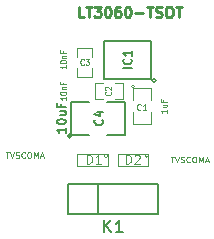
<source format=gto>
G04 (created by PCBNEW (2013-07-07 BZR 4022)-stable) date 11.07.2015 20:56:20*
%MOIN*%
G04 Gerber Fmt 3.4, Leading zero omitted, Abs format*
%FSLAX34Y34*%
G01*
G70*
G90*
G04 APERTURE LIST*
%ADD10C,0.00590551*%
%ADD11C,0.005*%
%ADD12C,0.0039*%
%ADD13C,0.0047*%
%ADD14C,0.006*%
%ADD15C,0.00606299*%
%ADD16C,0.0031*%
%ADD17C,0.0043*%
%ADD18C,0.0045*%
%ADD19C,0.00875*%
%ADD20C,0.012*%
G04 APERTURE END LIST*
G54D10*
G54D11*
X21120Y-22900D02*
G75*
G03X21120Y-22900I-70J0D01*
G74*
G01*
X21700Y-21750D02*
X21100Y-21750D01*
X21100Y-21750D02*
X21100Y-22850D01*
X21100Y-22850D02*
X21700Y-22850D01*
X22300Y-22850D02*
X22900Y-22850D01*
X22900Y-22850D02*
X22900Y-21750D01*
X22900Y-21750D02*
X22300Y-21750D01*
G54D12*
X23200Y-21250D02*
G75*
G03X23200Y-21250I-50J0D01*
G74*
G01*
X23150Y-21700D02*
X23150Y-21300D01*
X23150Y-21300D02*
X23750Y-21300D01*
X23750Y-21300D02*
X23750Y-21700D01*
X23750Y-22100D02*
X23750Y-22500D01*
X23750Y-22500D02*
X23150Y-22500D01*
X23150Y-22500D02*
X23150Y-22100D01*
G54D13*
X22547Y-21656D02*
X22822Y-21656D01*
X22153Y-21656D02*
X21878Y-21656D01*
X22547Y-21144D02*
X22822Y-21144D01*
X21878Y-21144D02*
X22153Y-21144D01*
X22822Y-21150D02*
X22822Y-21650D01*
X21878Y-21650D02*
X21878Y-21150D01*
X21294Y-20647D02*
X21294Y-20922D01*
X21294Y-20253D02*
X21294Y-19978D01*
X21806Y-20647D02*
X21806Y-20922D01*
X21806Y-19978D02*
X21806Y-20253D01*
X21800Y-20922D02*
X21300Y-20922D01*
X21300Y-19978D02*
X21800Y-19978D01*
G54D14*
X21000Y-25500D02*
X21000Y-24500D01*
X21000Y-24500D02*
X24000Y-24500D01*
X24000Y-24500D02*
X24000Y-25500D01*
X24000Y-25500D02*
X21000Y-25500D01*
X22000Y-24500D02*
X22000Y-25500D01*
G54D15*
X23920Y-21050D02*
G75*
G03X23920Y-21050I-70J0D01*
G74*
G01*
X23750Y-21000D02*
X23750Y-19732D01*
X23750Y-19732D02*
X22187Y-19732D01*
X22187Y-19732D02*
X22187Y-21000D01*
X22187Y-21000D02*
X23750Y-21000D01*
G54D16*
X23675Y-23562D02*
G75*
G03X23675Y-23562I-62J0D01*
G74*
G01*
X22650Y-23900D02*
X22650Y-23500D01*
X23675Y-23900D02*
X23675Y-23500D01*
X22650Y-23500D02*
X23675Y-23500D01*
X23675Y-23900D02*
X22650Y-23900D01*
X22325Y-23562D02*
G75*
G03X22325Y-23562I-62J0D01*
G74*
G01*
X21300Y-23900D02*
X21300Y-23500D01*
X22325Y-23900D02*
X22325Y-23500D01*
X21300Y-23500D02*
X22325Y-23500D01*
X22325Y-23900D02*
X21300Y-23900D01*
G54D11*
X22142Y-22350D02*
X22157Y-22364D01*
X22171Y-22407D01*
X22171Y-22435D01*
X22157Y-22478D01*
X22128Y-22507D01*
X22100Y-22521D01*
X22042Y-22535D01*
X22000Y-22535D01*
X21942Y-22521D01*
X21914Y-22507D01*
X21885Y-22478D01*
X21871Y-22435D01*
X21871Y-22407D01*
X21885Y-22364D01*
X21900Y-22350D01*
X21971Y-22092D02*
X22171Y-22092D01*
X21857Y-22164D02*
X22071Y-22235D01*
X22071Y-22050D01*
X20921Y-22621D02*
X20921Y-22792D01*
X20921Y-22707D02*
X20621Y-22707D01*
X20664Y-22735D01*
X20692Y-22764D01*
X20707Y-22792D01*
X20621Y-22435D02*
X20621Y-22407D01*
X20635Y-22378D01*
X20650Y-22364D01*
X20678Y-22350D01*
X20735Y-22335D01*
X20807Y-22335D01*
X20864Y-22350D01*
X20892Y-22364D01*
X20907Y-22378D01*
X20921Y-22407D01*
X20921Y-22435D01*
X20907Y-22464D01*
X20892Y-22478D01*
X20864Y-22492D01*
X20807Y-22507D01*
X20735Y-22507D01*
X20678Y-22492D01*
X20650Y-22478D01*
X20635Y-22464D01*
X20621Y-22435D01*
X20721Y-22078D02*
X20921Y-22078D01*
X20721Y-22207D02*
X20878Y-22207D01*
X20907Y-22192D01*
X20921Y-22164D01*
X20921Y-22121D01*
X20907Y-22092D01*
X20892Y-22078D01*
X20764Y-21835D02*
X20764Y-21935D01*
X20921Y-21935D02*
X20621Y-21935D01*
X20621Y-21792D01*
G54D17*
X23417Y-22010D02*
X23407Y-22020D01*
X23379Y-22029D01*
X23360Y-22029D01*
X23332Y-22020D01*
X23313Y-22001D01*
X23304Y-21982D01*
X23295Y-21945D01*
X23295Y-21917D01*
X23304Y-21879D01*
X23313Y-21860D01*
X23332Y-21842D01*
X23360Y-21832D01*
X23379Y-21832D01*
X23407Y-21842D01*
X23417Y-21851D01*
X23604Y-22029D02*
X23492Y-22029D01*
X23548Y-22029D02*
X23548Y-21832D01*
X23529Y-21860D01*
X23510Y-21879D01*
X23492Y-21889D01*
X24279Y-22017D02*
X24279Y-22129D01*
X24279Y-22073D02*
X24082Y-22073D01*
X24110Y-22092D01*
X24129Y-22111D01*
X24139Y-22129D01*
X24148Y-21848D02*
X24279Y-21848D01*
X24148Y-21932D02*
X24251Y-21932D01*
X24270Y-21923D01*
X24279Y-21904D01*
X24279Y-21876D01*
X24270Y-21857D01*
X24260Y-21848D01*
X24176Y-21688D02*
X24176Y-21754D01*
X24279Y-21754D02*
X24082Y-21754D01*
X24082Y-21660D01*
G54D18*
X22411Y-21430D02*
X22421Y-21438D01*
X22430Y-21464D01*
X22430Y-21481D01*
X22421Y-21507D01*
X22402Y-21524D01*
X22383Y-21532D01*
X22345Y-21541D01*
X22316Y-21541D01*
X22278Y-21532D01*
X22259Y-21524D01*
X22240Y-21507D01*
X22230Y-21481D01*
X22230Y-21464D01*
X22240Y-21438D01*
X22250Y-21430D01*
X22250Y-21361D02*
X22240Y-21352D01*
X22230Y-21335D01*
X22230Y-21292D01*
X22240Y-21275D01*
X22250Y-21267D01*
X22269Y-21258D01*
X22288Y-21258D01*
X22316Y-21267D01*
X22430Y-21370D01*
X22430Y-21258D01*
X20930Y-21592D02*
X20930Y-21695D01*
X20930Y-21644D02*
X20730Y-21644D01*
X20759Y-21661D01*
X20778Y-21678D01*
X20788Y-21695D01*
X20730Y-21481D02*
X20730Y-21464D01*
X20740Y-21447D01*
X20750Y-21438D01*
X20769Y-21430D01*
X20807Y-21421D01*
X20854Y-21421D01*
X20892Y-21430D01*
X20911Y-21438D01*
X20921Y-21447D01*
X20930Y-21464D01*
X20930Y-21481D01*
X20921Y-21498D01*
X20911Y-21507D01*
X20892Y-21515D01*
X20854Y-21524D01*
X20807Y-21524D01*
X20769Y-21515D01*
X20750Y-21507D01*
X20740Y-21498D01*
X20730Y-21481D01*
X20797Y-21344D02*
X20930Y-21344D01*
X20816Y-21344D02*
X20807Y-21335D01*
X20797Y-21318D01*
X20797Y-21292D01*
X20807Y-21275D01*
X20826Y-21267D01*
X20930Y-21267D01*
X20826Y-21121D02*
X20826Y-21181D01*
X20930Y-21181D02*
X20730Y-21181D01*
X20730Y-21095D01*
X21520Y-20511D02*
X21511Y-20521D01*
X21485Y-20530D01*
X21468Y-20530D01*
X21442Y-20521D01*
X21425Y-20502D01*
X21417Y-20483D01*
X21408Y-20445D01*
X21408Y-20416D01*
X21417Y-20378D01*
X21425Y-20359D01*
X21442Y-20340D01*
X21468Y-20330D01*
X21485Y-20330D01*
X21511Y-20340D01*
X21520Y-20350D01*
X21580Y-20330D02*
X21691Y-20330D01*
X21631Y-20407D01*
X21657Y-20407D01*
X21674Y-20416D01*
X21682Y-20426D01*
X21691Y-20445D01*
X21691Y-20492D01*
X21682Y-20511D01*
X21674Y-20521D01*
X21657Y-20530D01*
X21605Y-20530D01*
X21588Y-20521D01*
X21580Y-20511D01*
X20930Y-20542D02*
X20930Y-20645D01*
X20930Y-20594D02*
X20730Y-20594D01*
X20759Y-20611D01*
X20778Y-20628D01*
X20788Y-20645D01*
X20730Y-20431D02*
X20730Y-20414D01*
X20740Y-20397D01*
X20750Y-20388D01*
X20769Y-20380D01*
X20807Y-20371D01*
X20854Y-20371D01*
X20892Y-20380D01*
X20911Y-20388D01*
X20921Y-20397D01*
X20930Y-20414D01*
X20930Y-20431D01*
X20921Y-20448D01*
X20911Y-20457D01*
X20892Y-20465D01*
X20854Y-20474D01*
X20807Y-20474D01*
X20769Y-20465D01*
X20750Y-20457D01*
X20740Y-20448D01*
X20730Y-20431D01*
X20797Y-20294D02*
X20930Y-20294D01*
X20816Y-20294D02*
X20807Y-20285D01*
X20797Y-20268D01*
X20797Y-20242D01*
X20807Y-20225D01*
X20826Y-20217D01*
X20930Y-20217D01*
X20826Y-20071D02*
X20826Y-20131D01*
X20930Y-20131D02*
X20730Y-20131D01*
X20730Y-20045D01*
G54D14*
X22204Y-26111D02*
X22204Y-25711D01*
X22433Y-26111D02*
X22261Y-25883D01*
X22433Y-25711D02*
X22204Y-25940D01*
X22814Y-26111D02*
X22585Y-26111D01*
X22700Y-26111D02*
X22700Y-25711D01*
X22661Y-25769D01*
X22623Y-25807D01*
X22585Y-25826D01*
G54D15*
X23111Y-20619D02*
X22835Y-20619D01*
X23085Y-20330D02*
X23098Y-20343D01*
X23111Y-20382D01*
X23111Y-20409D01*
X23098Y-20448D01*
X23072Y-20474D01*
X23045Y-20487D01*
X22993Y-20500D01*
X22954Y-20500D01*
X22901Y-20487D01*
X22875Y-20474D01*
X22849Y-20448D01*
X22835Y-20409D01*
X22835Y-20382D01*
X22849Y-20343D01*
X22862Y-20330D01*
X23111Y-20067D02*
X23111Y-20225D01*
X23111Y-20146D02*
X22835Y-20146D01*
X22875Y-20172D01*
X22901Y-20199D01*
X22914Y-20225D01*
G54D19*
X21525Y-18941D02*
X21358Y-18941D01*
X21358Y-18591D01*
X21591Y-18591D02*
X21791Y-18591D01*
X21691Y-18941D02*
X21691Y-18591D01*
X21875Y-18591D02*
X22091Y-18591D01*
X21975Y-18725D01*
X22025Y-18725D01*
X22058Y-18741D01*
X22075Y-18758D01*
X22091Y-18791D01*
X22091Y-18875D01*
X22075Y-18908D01*
X22058Y-18925D01*
X22025Y-18941D01*
X21925Y-18941D01*
X21891Y-18925D01*
X21875Y-18908D01*
X22308Y-18591D02*
X22341Y-18591D01*
X22375Y-18608D01*
X22391Y-18625D01*
X22408Y-18658D01*
X22425Y-18725D01*
X22425Y-18808D01*
X22408Y-18875D01*
X22391Y-18908D01*
X22375Y-18925D01*
X22341Y-18941D01*
X22308Y-18941D01*
X22275Y-18925D01*
X22258Y-18908D01*
X22241Y-18875D01*
X22225Y-18808D01*
X22225Y-18725D01*
X22241Y-18658D01*
X22258Y-18625D01*
X22275Y-18608D01*
X22308Y-18591D01*
X22725Y-18591D02*
X22658Y-18591D01*
X22625Y-18608D01*
X22608Y-18625D01*
X22575Y-18675D01*
X22558Y-18741D01*
X22558Y-18875D01*
X22575Y-18908D01*
X22591Y-18925D01*
X22625Y-18941D01*
X22691Y-18941D01*
X22725Y-18925D01*
X22741Y-18908D01*
X22758Y-18875D01*
X22758Y-18791D01*
X22741Y-18758D01*
X22725Y-18741D01*
X22691Y-18725D01*
X22625Y-18725D01*
X22591Y-18741D01*
X22575Y-18758D01*
X22558Y-18791D01*
X22975Y-18591D02*
X23008Y-18591D01*
X23041Y-18608D01*
X23058Y-18625D01*
X23075Y-18658D01*
X23091Y-18725D01*
X23091Y-18808D01*
X23075Y-18875D01*
X23058Y-18908D01*
X23041Y-18925D01*
X23008Y-18941D01*
X22975Y-18941D01*
X22941Y-18925D01*
X22925Y-18908D01*
X22908Y-18875D01*
X22891Y-18808D01*
X22891Y-18725D01*
X22908Y-18658D01*
X22925Y-18625D01*
X22941Y-18608D01*
X22975Y-18591D01*
X23241Y-18808D02*
X23508Y-18808D01*
X23625Y-18591D02*
X23825Y-18591D01*
X23725Y-18941D02*
X23725Y-18591D01*
X23925Y-18925D02*
X23975Y-18941D01*
X24058Y-18941D01*
X24091Y-18925D01*
X24108Y-18908D01*
X24125Y-18875D01*
X24125Y-18841D01*
X24108Y-18808D01*
X24091Y-18791D01*
X24058Y-18775D01*
X23991Y-18758D01*
X23958Y-18741D01*
X23941Y-18725D01*
X23925Y-18691D01*
X23925Y-18658D01*
X23941Y-18625D01*
X23958Y-18608D01*
X23991Y-18591D01*
X24075Y-18591D01*
X24125Y-18608D01*
X24341Y-18591D02*
X24408Y-18591D01*
X24441Y-18608D01*
X24475Y-18641D01*
X24491Y-18708D01*
X24491Y-18825D01*
X24475Y-18891D01*
X24441Y-18925D01*
X24408Y-18941D01*
X24341Y-18941D01*
X24308Y-18925D01*
X24275Y-18891D01*
X24258Y-18825D01*
X24258Y-18708D01*
X24275Y-18641D01*
X24308Y-18608D01*
X24341Y-18591D01*
X24591Y-18591D02*
X24791Y-18591D01*
X24691Y-18941D02*
X24691Y-18591D01*
G54D20*
G54D13*
X22928Y-23821D02*
X22928Y-23521D01*
X23000Y-23521D01*
X23042Y-23535D01*
X23071Y-23564D01*
X23085Y-23592D01*
X23100Y-23650D01*
X23100Y-23692D01*
X23085Y-23750D01*
X23071Y-23778D01*
X23042Y-23807D01*
X23000Y-23821D01*
X22928Y-23821D01*
X23214Y-23550D02*
X23228Y-23535D01*
X23257Y-23521D01*
X23328Y-23521D01*
X23357Y-23535D01*
X23371Y-23550D01*
X23385Y-23578D01*
X23385Y-23607D01*
X23371Y-23650D01*
X23200Y-23821D01*
X23385Y-23821D01*
G54D12*
X24416Y-23582D02*
X24529Y-23582D01*
X24473Y-23779D02*
X24473Y-23582D01*
X24566Y-23582D02*
X24632Y-23779D01*
X24698Y-23582D01*
X24754Y-23770D02*
X24782Y-23779D01*
X24829Y-23779D01*
X24848Y-23770D01*
X24857Y-23760D01*
X24867Y-23742D01*
X24867Y-23723D01*
X24857Y-23704D01*
X24848Y-23695D01*
X24829Y-23685D01*
X24792Y-23676D01*
X24773Y-23667D01*
X24763Y-23657D01*
X24754Y-23639D01*
X24754Y-23620D01*
X24763Y-23601D01*
X24773Y-23592D01*
X24792Y-23582D01*
X24838Y-23582D01*
X24867Y-23592D01*
X25064Y-23760D02*
X25054Y-23770D01*
X25026Y-23779D01*
X25007Y-23779D01*
X24979Y-23770D01*
X24960Y-23751D01*
X24951Y-23732D01*
X24942Y-23695D01*
X24942Y-23667D01*
X24951Y-23629D01*
X24960Y-23610D01*
X24979Y-23592D01*
X25007Y-23582D01*
X25026Y-23582D01*
X25054Y-23592D01*
X25064Y-23601D01*
X25186Y-23582D02*
X25223Y-23582D01*
X25242Y-23592D01*
X25261Y-23610D01*
X25270Y-23648D01*
X25270Y-23714D01*
X25261Y-23751D01*
X25242Y-23770D01*
X25223Y-23779D01*
X25186Y-23779D01*
X25167Y-23770D01*
X25148Y-23751D01*
X25139Y-23714D01*
X25139Y-23648D01*
X25148Y-23610D01*
X25167Y-23592D01*
X25186Y-23582D01*
X25354Y-23779D02*
X25354Y-23582D01*
X25420Y-23723D01*
X25486Y-23582D01*
X25486Y-23779D01*
X25570Y-23723D02*
X25664Y-23723D01*
X25551Y-23779D02*
X25617Y-23582D01*
X25683Y-23779D01*
G54D13*
X21628Y-23821D02*
X21628Y-23521D01*
X21700Y-23521D01*
X21742Y-23535D01*
X21771Y-23564D01*
X21785Y-23592D01*
X21800Y-23650D01*
X21800Y-23692D01*
X21785Y-23750D01*
X21771Y-23778D01*
X21742Y-23807D01*
X21700Y-23821D01*
X21628Y-23821D01*
X22085Y-23821D02*
X21914Y-23821D01*
X22000Y-23821D02*
X22000Y-23521D01*
X21971Y-23564D01*
X21942Y-23592D01*
X21914Y-23607D01*
G54D12*
X18916Y-23432D02*
X19029Y-23432D01*
X18973Y-23629D02*
X18973Y-23432D01*
X19066Y-23432D02*
X19132Y-23629D01*
X19198Y-23432D01*
X19254Y-23620D02*
X19282Y-23629D01*
X19329Y-23629D01*
X19348Y-23620D01*
X19357Y-23610D01*
X19367Y-23592D01*
X19367Y-23573D01*
X19357Y-23554D01*
X19348Y-23545D01*
X19329Y-23535D01*
X19292Y-23526D01*
X19273Y-23517D01*
X19263Y-23507D01*
X19254Y-23489D01*
X19254Y-23470D01*
X19263Y-23451D01*
X19273Y-23442D01*
X19292Y-23432D01*
X19338Y-23432D01*
X19367Y-23442D01*
X19564Y-23610D02*
X19554Y-23620D01*
X19526Y-23629D01*
X19507Y-23629D01*
X19479Y-23620D01*
X19460Y-23601D01*
X19451Y-23582D01*
X19442Y-23545D01*
X19442Y-23517D01*
X19451Y-23479D01*
X19460Y-23460D01*
X19479Y-23442D01*
X19507Y-23432D01*
X19526Y-23432D01*
X19554Y-23442D01*
X19564Y-23451D01*
X19686Y-23432D02*
X19723Y-23432D01*
X19742Y-23442D01*
X19761Y-23460D01*
X19770Y-23498D01*
X19770Y-23564D01*
X19761Y-23601D01*
X19742Y-23620D01*
X19723Y-23629D01*
X19686Y-23629D01*
X19667Y-23620D01*
X19648Y-23601D01*
X19639Y-23564D01*
X19639Y-23498D01*
X19648Y-23460D01*
X19667Y-23442D01*
X19686Y-23432D01*
X19854Y-23629D02*
X19854Y-23432D01*
X19920Y-23573D01*
X19986Y-23432D01*
X19986Y-23629D01*
X20070Y-23573D02*
X20164Y-23573D01*
X20051Y-23629D02*
X20117Y-23432D01*
X20183Y-23629D01*
M02*

</source>
